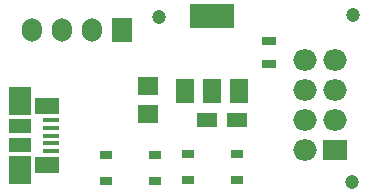
<source format=gts>
G04 #@! TF.FileFunction,Soldermask,Top*
%FSLAX46Y46*%
G04 Gerber Fmt 4.6, Leading zero omitted, Abs format (unit mm)*
G04 Created by KiCad (PCBNEW 4.0.7) date Wed Dec 12 21:34:46 2018*
%MOMM*%
%LPD*%
G01*
G04 APERTURE LIST*
%ADD10C,0.100000*%
%ADD11R,1.380000X0.450000*%
%ADD12R,2.100000X1.475000*%
%ADD13R,1.900000X2.375000*%
%ADD14R,1.900000X1.175000*%
%ADD15R,1.700000X2.000000*%
%ADD16O,1.700000X2.000000*%
%ADD17R,1.050000X0.650000*%
%ADD18R,3.800000X2.000000*%
%ADD19R,1.500000X2.000000*%
%ADD20R,2.000000X1.800000*%
%ADD21O,2.000000X1.800000*%
%ADD22C,1.200000*%
%ADD23R,1.800000X1.550000*%
%ADD24R,1.750000X1.260000*%
%ADD25R,1.300000X0.700000*%
G04 APERTURE END LIST*
D10*
D11*
X61130800Y-103069900D03*
X61130800Y-103719900D03*
X61130800Y-104369900D03*
X61130800Y-105019900D03*
X61130800Y-105669900D03*
D12*
X60770800Y-101907400D03*
X60770800Y-106832400D03*
D13*
X58470800Y-101459900D03*
X58470800Y-107279900D03*
D14*
X58470800Y-103529900D03*
X58470800Y-105209900D03*
D15*
X67106800Y-95402400D03*
D16*
X64566800Y-95402400D03*
X62026800Y-95402400D03*
X59486800Y-95402400D03*
D17*
X72651800Y-105960600D03*
X76801800Y-105960600D03*
X72651800Y-108110600D03*
X76801800Y-108110600D03*
D18*
X74726800Y-94284400D03*
D19*
X74726800Y-100584400D03*
X77026800Y-100584400D03*
X72426800Y-100584400D03*
D20*
X85140800Y-105562400D03*
D21*
X82600800Y-105562400D03*
X85140800Y-103022400D03*
X82600800Y-103022400D03*
X85140800Y-100482400D03*
X82600800Y-100482400D03*
X85140800Y-97942400D03*
X82600800Y-97942400D03*
D22*
X70231000Y-94297500D03*
X86677500Y-94170500D03*
X86614000Y-108331000D03*
D23*
X69291200Y-100171000D03*
X69291200Y-102521000D03*
D24*
X76814600Y-103022400D03*
X74264600Y-103022400D03*
D25*
X79552800Y-98282800D03*
X79552800Y-96382800D03*
D17*
X65743000Y-106062200D03*
X69893000Y-106062200D03*
X65743000Y-108212200D03*
X69893000Y-108212200D03*
M02*

</source>
